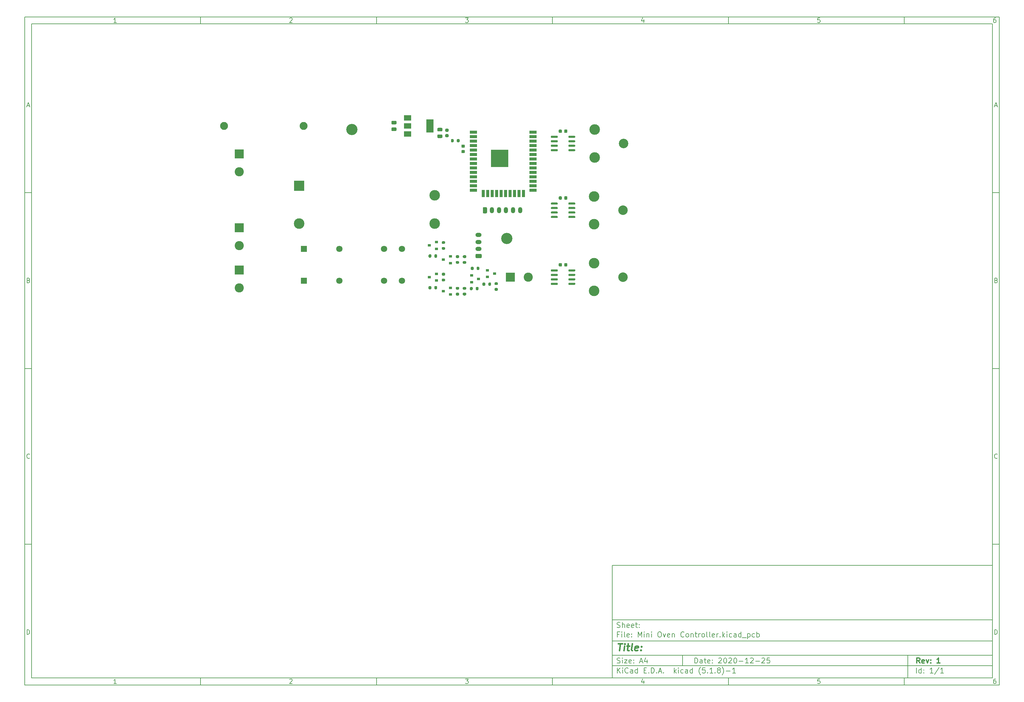
<source format=gbr>
G04 #@! TF.GenerationSoftware,KiCad,Pcbnew,(5.1.8)-1*
G04 #@! TF.CreationDate,2021-02-06T17:47:37+00:00*
G04 #@! TF.ProjectId,Mini Oven Controller,4d696e69-204f-4766-956e-20436f6e7472,1*
G04 #@! TF.SameCoordinates,Original*
G04 #@! TF.FileFunction,Soldermask,Top*
G04 #@! TF.FilePolarity,Negative*
%FSLAX46Y46*%
G04 Gerber Fmt 4.6, Leading zero omitted, Abs format (unit mm)*
G04 Created by KiCad (PCBNEW (5.1.8)-1) date 2021-02-06 17:47:37*
%MOMM*%
%LPD*%
G01*
G04 APERTURE LIST*
%ADD10C,0.100000*%
%ADD11C,0.150000*%
%ADD12C,0.300000*%
%ADD13C,0.400000*%
%ADD14C,2.250000*%
%ADD15R,1.800000X1.800000*%
%ADD16C,1.800000*%
%ADD17C,3.000000*%
%ADD18C,2.700000*%
%ADD19R,2.600000X2.600000*%
%ADD20C,2.600000*%
%ADD21R,3.000000X3.000000*%
%ADD22R,0.900000X0.800000*%
%ADD23R,2.000000X3.800000*%
%ADD24R,2.000000X1.500000*%
%ADD25R,5.000000X5.000000*%
%ADD26R,2.000000X0.900000*%
%ADD27R,0.900000X2.000000*%
%ADD28C,3.200000*%
%ADD29O,1.200000X1.750000*%
%ADD30O,1.750000X1.200000*%
G04 APERTURE END LIST*
D10*
D11*
X177002200Y-166007200D02*
X177002200Y-198007200D01*
X285002200Y-198007200D01*
X285002200Y-166007200D01*
X177002200Y-166007200D01*
D10*
D11*
X10000000Y-10000000D02*
X10000000Y-200007200D01*
X287002200Y-200007200D01*
X287002200Y-10000000D01*
X10000000Y-10000000D01*
D10*
D11*
X12000000Y-12000000D02*
X12000000Y-198007200D01*
X285002200Y-198007200D01*
X285002200Y-12000000D01*
X12000000Y-12000000D01*
D10*
D11*
X60000000Y-12000000D02*
X60000000Y-10000000D01*
D10*
D11*
X110000000Y-12000000D02*
X110000000Y-10000000D01*
D10*
D11*
X160000000Y-12000000D02*
X160000000Y-10000000D01*
D10*
D11*
X210000000Y-12000000D02*
X210000000Y-10000000D01*
D10*
D11*
X260000000Y-12000000D02*
X260000000Y-10000000D01*
D10*
D11*
X36065476Y-11588095D02*
X35322619Y-11588095D01*
X35694047Y-11588095D02*
X35694047Y-10288095D01*
X35570238Y-10473809D01*
X35446428Y-10597619D01*
X35322619Y-10659523D01*
D10*
D11*
X85322619Y-10411904D02*
X85384523Y-10350000D01*
X85508333Y-10288095D01*
X85817857Y-10288095D01*
X85941666Y-10350000D01*
X86003571Y-10411904D01*
X86065476Y-10535714D01*
X86065476Y-10659523D01*
X86003571Y-10845238D01*
X85260714Y-11588095D01*
X86065476Y-11588095D01*
D10*
D11*
X135260714Y-10288095D02*
X136065476Y-10288095D01*
X135632142Y-10783333D01*
X135817857Y-10783333D01*
X135941666Y-10845238D01*
X136003571Y-10907142D01*
X136065476Y-11030952D01*
X136065476Y-11340476D01*
X136003571Y-11464285D01*
X135941666Y-11526190D01*
X135817857Y-11588095D01*
X135446428Y-11588095D01*
X135322619Y-11526190D01*
X135260714Y-11464285D01*
D10*
D11*
X185941666Y-10721428D02*
X185941666Y-11588095D01*
X185632142Y-10226190D02*
X185322619Y-11154761D01*
X186127380Y-11154761D01*
D10*
D11*
X236003571Y-10288095D02*
X235384523Y-10288095D01*
X235322619Y-10907142D01*
X235384523Y-10845238D01*
X235508333Y-10783333D01*
X235817857Y-10783333D01*
X235941666Y-10845238D01*
X236003571Y-10907142D01*
X236065476Y-11030952D01*
X236065476Y-11340476D01*
X236003571Y-11464285D01*
X235941666Y-11526190D01*
X235817857Y-11588095D01*
X235508333Y-11588095D01*
X235384523Y-11526190D01*
X235322619Y-11464285D01*
D10*
D11*
X285941666Y-10288095D02*
X285694047Y-10288095D01*
X285570238Y-10350000D01*
X285508333Y-10411904D01*
X285384523Y-10597619D01*
X285322619Y-10845238D01*
X285322619Y-11340476D01*
X285384523Y-11464285D01*
X285446428Y-11526190D01*
X285570238Y-11588095D01*
X285817857Y-11588095D01*
X285941666Y-11526190D01*
X286003571Y-11464285D01*
X286065476Y-11340476D01*
X286065476Y-11030952D01*
X286003571Y-10907142D01*
X285941666Y-10845238D01*
X285817857Y-10783333D01*
X285570238Y-10783333D01*
X285446428Y-10845238D01*
X285384523Y-10907142D01*
X285322619Y-11030952D01*
D10*
D11*
X60000000Y-198007200D02*
X60000000Y-200007200D01*
D10*
D11*
X110000000Y-198007200D02*
X110000000Y-200007200D01*
D10*
D11*
X160000000Y-198007200D02*
X160000000Y-200007200D01*
D10*
D11*
X210000000Y-198007200D02*
X210000000Y-200007200D01*
D10*
D11*
X260000000Y-198007200D02*
X260000000Y-200007200D01*
D10*
D11*
X36065476Y-199595295D02*
X35322619Y-199595295D01*
X35694047Y-199595295D02*
X35694047Y-198295295D01*
X35570238Y-198481009D01*
X35446428Y-198604819D01*
X35322619Y-198666723D01*
D10*
D11*
X85322619Y-198419104D02*
X85384523Y-198357200D01*
X85508333Y-198295295D01*
X85817857Y-198295295D01*
X85941666Y-198357200D01*
X86003571Y-198419104D01*
X86065476Y-198542914D01*
X86065476Y-198666723D01*
X86003571Y-198852438D01*
X85260714Y-199595295D01*
X86065476Y-199595295D01*
D10*
D11*
X135260714Y-198295295D02*
X136065476Y-198295295D01*
X135632142Y-198790533D01*
X135817857Y-198790533D01*
X135941666Y-198852438D01*
X136003571Y-198914342D01*
X136065476Y-199038152D01*
X136065476Y-199347676D01*
X136003571Y-199471485D01*
X135941666Y-199533390D01*
X135817857Y-199595295D01*
X135446428Y-199595295D01*
X135322619Y-199533390D01*
X135260714Y-199471485D01*
D10*
D11*
X185941666Y-198728628D02*
X185941666Y-199595295D01*
X185632142Y-198233390D02*
X185322619Y-199161961D01*
X186127380Y-199161961D01*
D10*
D11*
X236003571Y-198295295D02*
X235384523Y-198295295D01*
X235322619Y-198914342D01*
X235384523Y-198852438D01*
X235508333Y-198790533D01*
X235817857Y-198790533D01*
X235941666Y-198852438D01*
X236003571Y-198914342D01*
X236065476Y-199038152D01*
X236065476Y-199347676D01*
X236003571Y-199471485D01*
X235941666Y-199533390D01*
X235817857Y-199595295D01*
X235508333Y-199595295D01*
X235384523Y-199533390D01*
X235322619Y-199471485D01*
D10*
D11*
X285941666Y-198295295D02*
X285694047Y-198295295D01*
X285570238Y-198357200D01*
X285508333Y-198419104D01*
X285384523Y-198604819D01*
X285322619Y-198852438D01*
X285322619Y-199347676D01*
X285384523Y-199471485D01*
X285446428Y-199533390D01*
X285570238Y-199595295D01*
X285817857Y-199595295D01*
X285941666Y-199533390D01*
X286003571Y-199471485D01*
X286065476Y-199347676D01*
X286065476Y-199038152D01*
X286003571Y-198914342D01*
X285941666Y-198852438D01*
X285817857Y-198790533D01*
X285570238Y-198790533D01*
X285446428Y-198852438D01*
X285384523Y-198914342D01*
X285322619Y-199038152D01*
D10*
D11*
X10000000Y-60000000D02*
X12000000Y-60000000D01*
D10*
D11*
X10000000Y-110000000D02*
X12000000Y-110000000D01*
D10*
D11*
X10000000Y-160000000D02*
X12000000Y-160000000D01*
D10*
D11*
X10690476Y-35216666D02*
X11309523Y-35216666D01*
X10566666Y-35588095D02*
X11000000Y-34288095D01*
X11433333Y-35588095D01*
D10*
D11*
X11092857Y-84907142D02*
X11278571Y-84969047D01*
X11340476Y-85030952D01*
X11402380Y-85154761D01*
X11402380Y-85340476D01*
X11340476Y-85464285D01*
X11278571Y-85526190D01*
X11154761Y-85588095D01*
X10659523Y-85588095D01*
X10659523Y-84288095D01*
X11092857Y-84288095D01*
X11216666Y-84350000D01*
X11278571Y-84411904D01*
X11340476Y-84535714D01*
X11340476Y-84659523D01*
X11278571Y-84783333D01*
X11216666Y-84845238D01*
X11092857Y-84907142D01*
X10659523Y-84907142D01*
D10*
D11*
X11402380Y-135464285D02*
X11340476Y-135526190D01*
X11154761Y-135588095D01*
X11030952Y-135588095D01*
X10845238Y-135526190D01*
X10721428Y-135402380D01*
X10659523Y-135278571D01*
X10597619Y-135030952D01*
X10597619Y-134845238D01*
X10659523Y-134597619D01*
X10721428Y-134473809D01*
X10845238Y-134350000D01*
X11030952Y-134288095D01*
X11154761Y-134288095D01*
X11340476Y-134350000D01*
X11402380Y-134411904D01*
D10*
D11*
X10659523Y-185588095D02*
X10659523Y-184288095D01*
X10969047Y-184288095D01*
X11154761Y-184350000D01*
X11278571Y-184473809D01*
X11340476Y-184597619D01*
X11402380Y-184845238D01*
X11402380Y-185030952D01*
X11340476Y-185278571D01*
X11278571Y-185402380D01*
X11154761Y-185526190D01*
X10969047Y-185588095D01*
X10659523Y-185588095D01*
D10*
D11*
X287002200Y-60000000D02*
X285002200Y-60000000D01*
D10*
D11*
X287002200Y-110000000D02*
X285002200Y-110000000D01*
D10*
D11*
X287002200Y-160000000D02*
X285002200Y-160000000D01*
D10*
D11*
X285692676Y-35216666D02*
X286311723Y-35216666D01*
X285568866Y-35588095D02*
X286002200Y-34288095D01*
X286435533Y-35588095D01*
D10*
D11*
X286095057Y-84907142D02*
X286280771Y-84969047D01*
X286342676Y-85030952D01*
X286404580Y-85154761D01*
X286404580Y-85340476D01*
X286342676Y-85464285D01*
X286280771Y-85526190D01*
X286156961Y-85588095D01*
X285661723Y-85588095D01*
X285661723Y-84288095D01*
X286095057Y-84288095D01*
X286218866Y-84350000D01*
X286280771Y-84411904D01*
X286342676Y-84535714D01*
X286342676Y-84659523D01*
X286280771Y-84783333D01*
X286218866Y-84845238D01*
X286095057Y-84907142D01*
X285661723Y-84907142D01*
D10*
D11*
X286404580Y-135464285D02*
X286342676Y-135526190D01*
X286156961Y-135588095D01*
X286033152Y-135588095D01*
X285847438Y-135526190D01*
X285723628Y-135402380D01*
X285661723Y-135278571D01*
X285599819Y-135030952D01*
X285599819Y-134845238D01*
X285661723Y-134597619D01*
X285723628Y-134473809D01*
X285847438Y-134350000D01*
X286033152Y-134288095D01*
X286156961Y-134288095D01*
X286342676Y-134350000D01*
X286404580Y-134411904D01*
D10*
D11*
X285661723Y-185588095D02*
X285661723Y-184288095D01*
X285971247Y-184288095D01*
X286156961Y-184350000D01*
X286280771Y-184473809D01*
X286342676Y-184597619D01*
X286404580Y-184845238D01*
X286404580Y-185030952D01*
X286342676Y-185278571D01*
X286280771Y-185402380D01*
X286156961Y-185526190D01*
X285971247Y-185588095D01*
X285661723Y-185588095D01*
D10*
D11*
X200434342Y-193785771D02*
X200434342Y-192285771D01*
X200791485Y-192285771D01*
X201005771Y-192357200D01*
X201148628Y-192500057D01*
X201220057Y-192642914D01*
X201291485Y-192928628D01*
X201291485Y-193142914D01*
X201220057Y-193428628D01*
X201148628Y-193571485D01*
X201005771Y-193714342D01*
X200791485Y-193785771D01*
X200434342Y-193785771D01*
X202577200Y-193785771D02*
X202577200Y-193000057D01*
X202505771Y-192857200D01*
X202362914Y-192785771D01*
X202077200Y-192785771D01*
X201934342Y-192857200D01*
X202577200Y-193714342D02*
X202434342Y-193785771D01*
X202077200Y-193785771D01*
X201934342Y-193714342D01*
X201862914Y-193571485D01*
X201862914Y-193428628D01*
X201934342Y-193285771D01*
X202077200Y-193214342D01*
X202434342Y-193214342D01*
X202577200Y-193142914D01*
X203077200Y-192785771D02*
X203648628Y-192785771D01*
X203291485Y-192285771D02*
X203291485Y-193571485D01*
X203362914Y-193714342D01*
X203505771Y-193785771D01*
X203648628Y-193785771D01*
X204720057Y-193714342D02*
X204577200Y-193785771D01*
X204291485Y-193785771D01*
X204148628Y-193714342D01*
X204077200Y-193571485D01*
X204077200Y-193000057D01*
X204148628Y-192857200D01*
X204291485Y-192785771D01*
X204577200Y-192785771D01*
X204720057Y-192857200D01*
X204791485Y-193000057D01*
X204791485Y-193142914D01*
X204077200Y-193285771D01*
X205434342Y-193642914D02*
X205505771Y-193714342D01*
X205434342Y-193785771D01*
X205362914Y-193714342D01*
X205434342Y-193642914D01*
X205434342Y-193785771D01*
X205434342Y-192857200D02*
X205505771Y-192928628D01*
X205434342Y-193000057D01*
X205362914Y-192928628D01*
X205434342Y-192857200D01*
X205434342Y-193000057D01*
X207220057Y-192428628D02*
X207291485Y-192357200D01*
X207434342Y-192285771D01*
X207791485Y-192285771D01*
X207934342Y-192357200D01*
X208005771Y-192428628D01*
X208077200Y-192571485D01*
X208077200Y-192714342D01*
X208005771Y-192928628D01*
X207148628Y-193785771D01*
X208077200Y-193785771D01*
X209005771Y-192285771D02*
X209148628Y-192285771D01*
X209291485Y-192357200D01*
X209362914Y-192428628D01*
X209434342Y-192571485D01*
X209505771Y-192857200D01*
X209505771Y-193214342D01*
X209434342Y-193500057D01*
X209362914Y-193642914D01*
X209291485Y-193714342D01*
X209148628Y-193785771D01*
X209005771Y-193785771D01*
X208862914Y-193714342D01*
X208791485Y-193642914D01*
X208720057Y-193500057D01*
X208648628Y-193214342D01*
X208648628Y-192857200D01*
X208720057Y-192571485D01*
X208791485Y-192428628D01*
X208862914Y-192357200D01*
X209005771Y-192285771D01*
X210077200Y-192428628D02*
X210148628Y-192357200D01*
X210291485Y-192285771D01*
X210648628Y-192285771D01*
X210791485Y-192357200D01*
X210862914Y-192428628D01*
X210934342Y-192571485D01*
X210934342Y-192714342D01*
X210862914Y-192928628D01*
X210005771Y-193785771D01*
X210934342Y-193785771D01*
X211862914Y-192285771D02*
X212005771Y-192285771D01*
X212148628Y-192357200D01*
X212220057Y-192428628D01*
X212291485Y-192571485D01*
X212362914Y-192857200D01*
X212362914Y-193214342D01*
X212291485Y-193500057D01*
X212220057Y-193642914D01*
X212148628Y-193714342D01*
X212005771Y-193785771D01*
X211862914Y-193785771D01*
X211720057Y-193714342D01*
X211648628Y-193642914D01*
X211577200Y-193500057D01*
X211505771Y-193214342D01*
X211505771Y-192857200D01*
X211577200Y-192571485D01*
X211648628Y-192428628D01*
X211720057Y-192357200D01*
X211862914Y-192285771D01*
X213005771Y-193214342D02*
X214148628Y-193214342D01*
X215648628Y-193785771D02*
X214791485Y-193785771D01*
X215220057Y-193785771D02*
X215220057Y-192285771D01*
X215077200Y-192500057D01*
X214934342Y-192642914D01*
X214791485Y-192714342D01*
X216220057Y-192428628D02*
X216291485Y-192357200D01*
X216434342Y-192285771D01*
X216791485Y-192285771D01*
X216934342Y-192357200D01*
X217005771Y-192428628D01*
X217077200Y-192571485D01*
X217077200Y-192714342D01*
X217005771Y-192928628D01*
X216148628Y-193785771D01*
X217077200Y-193785771D01*
X217720057Y-193214342D02*
X218862914Y-193214342D01*
X219505771Y-192428628D02*
X219577200Y-192357200D01*
X219720057Y-192285771D01*
X220077200Y-192285771D01*
X220220057Y-192357200D01*
X220291485Y-192428628D01*
X220362914Y-192571485D01*
X220362914Y-192714342D01*
X220291485Y-192928628D01*
X219434342Y-193785771D01*
X220362914Y-193785771D01*
X221720057Y-192285771D02*
X221005771Y-192285771D01*
X220934342Y-193000057D01*
X221005771Y-192928628D01*
X221148628Y-192857200D01*
X221505771Y-192857200D01*
X221648628Y-192928628D01*
X221720057Y-193000057D01*
X221791485Y-193142914D01*
X221791485Y-193500057D01*
X221720057Y-193642914D01*
X221648628Y-193714342D01*
X221505771Y-193785771D01*
X221148628Y-193785771D01*
X221005771Y-193714342D01*
X220934342Y-193642914D01*
D10*
D11*
X177002200Y-194507200D02*
X285002200Y-194507200D01*
D10*
D11*
X178434342Y-196585771D02*
X178434342Y-195085771D01*
X179291485Y-196585771D02*
X178648628Y-195728628D01*
X179291485Y-195085771D02*
X178434342Y-195942914D01*
X179934342Y-196585771D02*
X179934342Y-195585771D01*
X179934342Y-195085771D02*
X179862914Y-195157200D01*
X179934342Y-195228628D01*
X180005771Y-195157200D01*
X179934342Y-195085771D01*
X179934342Y-195228628D01*
X181505771Y-196442914D02*
X181434342Y-196514342D01*
X181220057Y-196585771D01*
X181077200Y-196585771D01*
X180862914Y-196514342D01*
X180720057Y-196371485D01*
X180648628Y-196228628D01*
X180577200Y-195942914D01*
X180577200Y-195728628D01*
X180648628Y-195442914D01*
X180720057Y-195300057D01*
X180862914Y-195157200D01*
X181077200Y-195085771D01*
X181220057Y-195085771D01*
X181434342Y-195157200D01*
X181505771Y-195228628D01*
X182791485Y-196585771D02*
X182791485Y-195800057D01*
X182720057Y-195657200D01*
X182577200Y-195585771D01*
X182291485Y-195585771D01*
X182148628Y-195657200D01*
X182791485Y-196514342D02*
X182648628Y-196585771D01*
X182291485Y-196585771D01*
X182148628Y-196514342D01*
X182077200Y-196371485D01*
X182077200Y-196228628D01*
X182148628Y-196085771D01*
X182291485Y-196014342D01*
X182648628Y-196014342D01*
X182791485Y-195942914D01*
X184148628Y-196585771D02*
X184148628Y-195085771D01*
X184148628Y-196514342D02*
X184005771Y-196585771D01*
X183720057Y-196585771D01*
X183577200Y-196514342D01*
X183505771Y-196442914D01*
X183434342Y-196300057D01*
X183434342Y-195871485D01*
X183505771Y-195728628D01*
X183577200Y-195657200D01*
X183720057Y-195585771D01*
X184005771Y-195585771D01*
X184148628Y-195657200D01*
X186005771Y-195800057D02*
X186505771Y-195800057D01*
X186720057Y-196585771D02*
X186005771Y-196585771D01*
X186005771Y-195085771D01*
X186720057Y-195085771D01*
X187362914Y-196442914D02*
X187434342Y-196514342D01*
X187362914Y-196585771D01*
X187291485Y-196514342D01*
X187362914Y-196442914D01*
X187362914Y-196585771D01*
X188077200Y-196585771D02*
X188077200Y-195085771D01*
X188434342Y-195085771D01*
X188648628Y-195157200D01*
X188791485Y-195300057D01*
X188862914Y-195442914D01*
X188934342Y-195728628D01*
X188934342Y-195942914D01*
X188862914Y-196228628D01*
X188791485Y-196371485D01*
X188648628Y-196514342D01*
X188434342Y-196585771D01*
X188077200Y-196585771D01*
X189577200Y-196442914D02*
X189648628Y-196514342D01*
X189577200Y-196585771D01*
X189505771Y-196514342D01*
X189577200Y-196442914D01*
X189577200Y-196585771D01*
X190220057Y-196157200D02*
X190934342Y-196157200D01*
X190077200Y-196585771D02*
X190577200Y-195085771D01*
X191077200Y-196585771D01*
X191577200Y-196442914D02*
X191648628Y-196514342D01*
X191577200Y-196585771D01*
X191505771Y-196514342D01*
X191577200Y-196442914D01*
X191577200Y-196585771D01*
X194577200Y-196585771D02*
X194577200Y-195085771D01*
X194720057Y-196014342D02*
X195148628Y-196585771D01*
X195148628Y-195585771D02*
X194577200Y-196157200D01*
X195791485Y-196585771D02*
X195791485Y-195585771D01*
X195791485Y-195085771D02*
X195720057Y-195157200D01*
X195791485Y-195228628D01*
X195862914Y-195157200D01*
X195791485Y-195085771D01*
X195791485Y-195228628D01*
X197148628Y-196514342D02*
X197005771Y-196585771D01*
X196720057Y-196585771D01*
X196577200Y-196514342D01*
X196505771Y-196442914D01*
X196434342Y-196300057D01*
X196434342Y-195871485D01*
X196505771Y-195728628D01*
X196577200Y-195657200D01*
X196720057Y-195585771D01*
X197005771Y-195585771D01*
X197148628Y-195657200D01*
X198434342Y-196585771D02*
X198434342Y-195800057D01*
X198362914Y-195657200D01*
X198220057Y-195585771D01*
X197934342Y-195585771D01*
X197791485Y-195657200D01*
X198434342Y-196514342D02*
X198291485Y-196585771D01*
X197934342Y-196585771D01*
X197791485Y-196514342D01*
X197720057Y-196371485D01*
X197720057Y-196228628D01*
X197791485Y-196085771D01*
X197934342Y-196014342D01*
X198291485Y-196014342D01*
X198434342Y-195942914D01*
X199791485Y-196585771D02*
X199791485Y-195085771D01*
X199791485Y-196514342D02*
X199648628Y-196585771D01*
X199362914Y-196585771D01*
X199220057Y-196514342D01*
X199148628Y-196442914D01*
X199077200Y-196300057D01*
X199077200Y-195871485D01*
X199148628Y-195728628D01*
X199220057Y-195657200D01*
X199362914Y-195585771D01*
X199648628Y-195585771D01*
X199791485Y-195657200D01*
X202077200Y-197157200D02*
X202005771Y-197085771D01*
X201862914Y-196871485D01*
X201791485Y-196728628D01*
X201720057Y-196514342D01*
X201648628Y-196157200D01*
X201648628Y-195871485D01*
X201720057Y-195514342D01*
X201791485Y-195300057D01*
X201862914Y-195157200D01*
X202005771Y-194942914D01*
X202077200Y-194871485D01*
X203362914Y-195085771D02*
X202648628Y-195085771D01*
X202577200Y-195800057D01*
X202648628Y-195728628D01*
X202791485Y-195657200D01*
X203148628Y-195657200D01*
X203291485Y-195728628D01*
X203362914Y-195800057D01*
X203434342Y-195942914D01*
X203434342Y-196300057D01*
X203362914Y-196442914D01*
X203291485Y-196514342D01*
X203148628Y-196585771D01*
X202791485Y-196585771D01*
X202648628Y-196514342D01*
X202577200Y-196442914D01*
X204077200Y-196442914D02*
X204148628Y-196514342D01*
X204077200Y-196585771D01*
X204005771Y-196514342D01*
X204077200Y-196442914D01*
X204077200Y-196585771D01*
X205577200Y-196585771D02*
X204720057Y-196585771D01*
X205148628Y-196585771D02*
X205148628Y-195085771D01*
X205005771Y-195300057D01*
X204862914Y-195442914D01*
X204720057Y-195514342D01*
X206220057Y-196442914D02*
X206291485Y-196514342D01*
X206220057Y-196585771D01*
X206148628Y-196514342D01*
X206220057Y-196442914D01*
X206220057Y-196585771D01*
X207148628Y-195728628D02*
X207005771Y-195657200D01*
X206934342Y-195585771D01*
X206862914Y-195442914D01*
X206862914Y-195371485D01*
X206934342Y-195228628D01*
X207005771Y-195157200D01*
X207148628Y-195085771D01*
X207434342Y-195085771D01*
X207577200Y-195157200D01*
X207648628Y-195228628D01*
X207720057Y-195371485D01*
X207720057Y-195442914D01*
X207648628Y-195585771D01*
X207577200Y-195657200D01*
X207434342Y-195728628D01*
X207148628Y-195728628D01*
X207005771Y-195800057D01*
X206934342Y-195871485D01*
X206862914Y-196014342D01*
X206862914Y-196300057D01*
X206934342Y-196442914D01*
X207005771Y-196514342D01*
X207148628Y-196585771D01*
X207434342Y-196585771D01*
X207577200Y-196514342D01*
X207648628Y-196442914D01*
X207720057Y-196300057D01*
X207720057Y-196014342D01*
X207648628Y-195871485D01*
X207577200Y-195800057D01*
X207434342Y-195728628D01*
X208220057Y-197157200D02*
X208291485Y-197085771D01*
X208434342Y-196871485D01*
X208505771Y-196728628D01*
X208577200Y-196514342D01*
X208648628Y-196157200D01*
X208648628Y-195871485D01*
X208577200Y-195514342D01*
X208505771Y-195300057D01*
X208434342Y-195157200D01*
X208291485Y-194942914D01*
X208220057Y-194871485D01*
X209362914Y-196014342D02*
X210505771Y-196014342D01*
X212005771Y-196585771D02*
X211148628Y-196585771D01*
X211577200Y-196585771D02*
X211577200Y-195085771D01*
X211434342Y-195300057D01*
X211291485Y-195442914D01*
X211148628Y-195514342D01*
D10*
D11*
X177002200Y-191507200D02*
X285002200Y-191507200D01*
D10*
D12*
X264411485Y-193785771D02*
X263911485Y-193071485D01*
X263554342Y-193785771D02*
X263554342Y-192285771D01*
X264125771Y-192285771D01*
X264268628Y-192357200D01*
X264340057Y-192428628D01*
X264411485Y-192571485D01*
X264411485Y-192785771D01*
X264340057Y-192928628D01*
X264268628Y-193000057D01*
X264125771Y-193071485D01*
X263554342Y-193071485D01*
X265625771Y-193714342D02*
X265482914Y-193785771D01*
X265197200Y-193785771D01*
X265054342Y-193714342D01*
X264982914Y-193571485D01*
X264982914Y-193000057D01*
X265054342Y-192857200D01*
X265197200Y-192785771D01*
X265482914Y-192785771D01*
X265625771Y-192857200D01*
X265697200Y-193000057D01*
X265697200Y-193142914D01*
X264982914Y-193285771D01*
X266197200Y-192785771D02*
X266554342Y-193785771D01*
X266911485Y-192785771D01*
X267482914Y-193642914D02*
X267554342Y-193714342D01*
X267482914Y-193785771D01*
X267411485Y-193714342D01*
X267482914Y-193642914D01*
X267482914Y-193785771D01*
X267482914Y-192857200D02*
X267554342Y-192928628D01*
X267482914Y-193000057D01*
X267411485Y-192928628D01*
X267482914Y-192857200D01*
X267482914Y-193000057D01*
X270125771Y-193785771D02*
X269268628Y-193785771D01*
X269697200Y-193785771D02*
X269697200Y-192285771D01*
X269554342Y-192500057D01*
X269411485Y-192642914D01*
X269268628Y-192714342D01*
D10*
D11*
X178362914Y-193714342D02*
X178577200Y-193785771D01*
X178934342Y-193785771D01*
X179077200Y-193714342D01*
X179148628Y-193642914D01*
X179220057Y-193500057D01*
X179220057Y-193357200D01*
X179148628Y-193214342D01*
X179077200Y-193142914D01*
X178934342Y-193071485D01*
X178648628Y-193000057D01*
X178505771Y-192928628D01*
X178434342Y-192857200D01*
X178362914Y-192714342D01*
X178362914Y-192571485D01*
X178434342Y-192428628D01*
X178505771Y-192357200D01*
X178648628Y-192285771D01*
X179005771Y-192285771D01*
X179220057Y-192357200D01*
X179862914Y-193785771D02*
X179862914Y-192785771D01*
X179862914Y-192285771D02*
X179791485Y-192357200D01*
X179862914Y-192428628D01*
X179934342Y-192357200D01*
X179862914Y-192285771D01*
X179862914Y-192428628D01*
X180434342Y-192785771D02*
X181220057Y-192785771D01*
X180434342Y-193785771D01*
X181220057Y-193785771D01*
X182362914Y-193714342D02*
X182220057Y-193785771D01*
X181934342Y-193785771D01*
X181791485Y-193714342D01*
X181720057Y-193571485D01*
X181720057Y-193000057D01*
X181791485Y-192857200D01*
X181934342Y-192785771D01*
X182220057Y-192785771D01*
X182362914Y-192857200D01*
X182434342Y-193000057D01*
X182434342Y-193142914D01*
X181720057Y-193285771D01*
X183077200Y-193642914D02*
X183148628Y-193714342D01*
X183077200Y-193785771D01*
X183005771Y-193714342D01*
X183077200Y-193642914D01*
X183077200Y-193785771D01*
X183077200Y-192857200D02*
X183148628Y-192928628D01*
X183077200Y-193000057D01*
X183005771Y-192928628D01*
X183077200Y-192857200D01*
X183077200Y-193000057D01*
X184862914Y-193357200D02*
X185577200Y-193357200D01*
X184720057Y-193785771D02*
X185220057Y-192285771D01*
X185720057Y-193785771D01*
X186862914Y-192785771D02*
X186862914Y-193785771D01*
X186505771Y-192214342D02*
X186148628Y-193285771D01*
X187077200Y-193285771D01*
D10*
D11*
X263434342Y-196585771D02*
X263434342Y-195085771D01*
X264791485Y-196585771D02*
X264791485Y-195085771D01*
X264791485Y-196514342D02*
X264648628Y-196585771D01*
X264362914Y-196585771D01*
X264220057Y-196514342D01*
X264148628Y-196442914D01*
X264077200Y-196300057D01*
X264077200Y-195871485D01*
X264148628Y-195728628D01*
X264220057Y-195657200D01*
X264362914Y-195585771D01*
X264648628Y-195585771D01*
X264791485Y-195657200D01*
X265505771Y-196442914D02*
X265577200Y-196514342D01*
X265505771Y-196585771D01*
X265434342Y-196514342D01*
X265505771Y-196442914D01*
X265505771Y-196585771D01*
X265505771Y-195657200D02*
X265577200Y-195728628D01*
X265505771Y-195800057D01*
X265434342Y-195728628D01*
X265505771Y-195657200D01*
X265505771Y-195800057D01*
X268148628Y-196585771D02*
X267291485Y-196585771D01*
X267720057Y-196585771D02*
X267720057Y-195085771D01*
X267577200Y-195300057D01*
X267434342Y-195442914D01*
X267291485Y-195514342D01*
X269862914Y-195014342D02*
X268577200Y-196942914D01*
X271148628Y-196585771D02*
X270291485Y-196585771D01*
X270720057Y-196585771D02*
X270720057Y-195085771D01*
X270577200Y-195300057D01*
X270434342Y-195442914D01*
X270291485Y-195514342D01*
D10*
D11*
X177002200Y-187507200D02*
X285002200Y-187507200D01*
D10*
D13*
X178714580Y-188211961D02*
X179857438Y-188211961D01*
X179036009Y-190211961D02*
X179286009Y-188211961D01*
X180274104Y-190211961D02*
X180440771Y-188878628D01*
X180524104Y-188211961D02*
X180416961Y-188307200D01*
X180500295Y-188402438D01*
X180607438Y-188307200D01*
X180524104Y-188211961D01*
X180500295Y-188402438D01*
X181107438Y-188878628D02*
X181869342Y-188878628D01*
X181476485Y-188211961D02*
X181262200Y-189926247D01*
X181333628Y-190116723D01*
X181512200Y-190211961D01*
X181702676Y-190211961D01*
X182655057Y-190211961D02*
X182476485Y-190116723D01*
X182405057Y-189926247D01*
X182619342Y-188211961D01*
X184190771Y-190116723D02*
X183988390Y-190211961D01*
X183607438Y-190211961D01*
X183428866Y-190116723D01*
X183357438Y-189926247D01*
X183452676Y-189164342D01*
X183571723Y-188973866D01*
X183774104Y-188878628D01*
X184155057Y-188878628D01*
X184333628Y-188973866D01*
X184405057Y-189164342D01*
X184381247Y-189354819D01*
X183405057Y-189545295D01*
X185155057Y-190021485D02*
X185238390Y-190116723D01*
X185131247Y-190211961D01*
X185047914Y-190116723D01*
X185155057Y-190021485D01*
X185131247Y-190211961D01*
X185286009Y-188973866D02*
X185369342Y-189069104D01*
X185262200Y-189164342D01*
X185178866Y-189069104D01*
X185286009Y-188973866D01*
X185262200Y-189164342D01*
D10*
D11*
X178934342Y-185600057D02*
X178434342Y-185600057D01*
X178434342Y-186385771D02*
X178434342Y-184885771D01*
X179148628Y-184885771D01*
X179720057Y-186385771D02*
X179720057Y-185385771D01*
X179720057Y-184885771D02*
X179648628Y-184957200D01*
X179720057Y-185028628D01*
X179791485Y-184957200D01*
X179720057Y-184885771D01*
X179720057Y-185028628D01*
X180648628Y-186385771D02*
X180505771Y-186314342D01*
X180434342Y-186171485D01*
X180434342Y-184885771D01*
X181791485Y-186314342D02*
X181648628Y-186385771D01*
X181362914Y-186385771D01*
X181220057Y-186314342D01*
X181148628Y-186171485D01*
X181148628Y-185600057D01*
X181220057Y-185457200D01*
X181362914Y-185385771D01*
X181648628Y-185385771D01*
X181791485Y-185457200D01*
X181862914Y-185600057D01*
X181862914Y-185742914D01*
X181148628Y-185885771D01*
X182505771Y-186242914D02*
X182577200Y-186314342D01*
X182505771Y-186385771D01*
X182434342Y-186314342D01*
X182505771Y-186242914D01*
X182505771Y-186385771D01*
X182505771Y-185457200D02*
X182577200Y-185528628D01*
X182505771Y-185600057D01*
X182434342Y-185528628D01*
X182505771Y-185457200D01*
X182505771Y-185600057D01*
X184362914Y-186385771D02*
X184362914Y-184885771D01*
X184862914Y-185957200D01*
X185362914Y-184885771D01*
X185362914Y-186385771D01*
X186077200Y-186385771D02*
X186077200Y-185385771D01*
X186077200Y-184885771D02*
X186005771Y-184957200D01*
X186077200Y-185028628D01*
X186148628Y-184957200D01*
X186077200Y-184885771D01*
X186077200Y-185028628D01*
X186791485Y-185385771D02*
X186791485Y-186385771D01*
X186791485Y-185528628D02*
X186862914Y-185457200D01*
X187005771Y-185385771D01*
X187220057Y-185385771D01*
X187362914Y-185457200D01*
X187434342Y-185600057D01*
X187434342Y-186385771D01*
X188148628Y-186385771D02*
X188148628Y-185385771D01*
X188148628Y-184885771D02*
X188077200Y-184957200D01*
X188148628Y-185028628D01*
X188220057Y-184957200D01*
X188148628Y-184885771D01*
X188148628Y-185028628D01*
X190291485Y-184885771D02*
X190577200Y-184885771D01*
X190720057Y-184957200D01*
X190862914Y-185100057D01*
X190934342Y-185385771D01*
X190934342Y-185885771D01*
X190862914Y-186171485D01*
X190720057Y-186314342D01*
X190577200Y-186385771D01*
X190291485Y-186385771D01*
X190148628Y-186314342D01*
X190005771Y-186171485D01*
X189934342Y-185885771D01*
X189934342Y-185385771D01*
X190005771Y-185100057D01*
X190148628Y-184957200D01*
X190291485Y-184885771D01*
X191434342Y-185385771D02*
X191791485Y-186385771D01*
X192148628Y-185385771D01*
X193291485Y-186314342D02*
X193148628Y-186385771D01*
X192862914Y-186385771D01*
X192720057Y-186314342D01*
X192648628Y-186171485D01*
X192648628Y-185600057D01*
X192720057Y-185457200D01*
X192862914Y-185385771D01*
X193148628Y-185385771D01*
X193291485Y-185457200D01*
X193362914Y-185600057D01*
X193362914Y-185742914D01*
X192648628Y-185885771D01*
X194005771Y-185385771D02*
X194005771Y-186385771D01*
X194005771Y-185528628D02*
X194077200Y-185457200D01*
X194220057Y-185385771D01*
X194434342Y-185385771D01*
X194577200Y-185457200D01*
X194648628Y-185600057D01*
X194648628Y-186385771D01*
X197362914Y-186242914D02*
X197291485Y-186314342D01*
X197077200Y-186385771D01*
X196934342Y-186385771D01*
X196720057Y-186314342D01*
X196577200Y-186171485D01*
X196505771Y-186028628D01*
X196434342Y-185742914D01*
X196434342Y-185528628D01*
X196505771Y-185242914D01*
X196577200Y-185100057D01*
X196720057Y-184957200D01*
X196934342Y-184885771D01*
X197077200Y-184885771D01*
X197291485Y-184957200D01*
X197362914Y-185028628D01*
X198220057Y-186385771D02*
X198077200Y-186314342D01*
X198005771Y-186242914D01*
X197934342Y-186100057D01*
X197934342Y-185671485D01*
X198005771Y-185528628D01*
X198077200Y-185457200D01*
X198220057Y-185385771D01*
X198434342Y-185385771D01*
X198577200Y-185457200D01*
X198648628Y-185528628D01*
X198720057Y-185671485D01*
X198720057Y-186100057D01*
X198648628Y-186242914D01*
X198577200Y-186314342D01*
X198434342Y-186385771D01*
X198220057Y-186385771D01*
X199362914Y-185385771D02*
X199362914Y-186385771D01*
X199362914Y-185528628D02*
X199434342Y-185457200D01*
X199577200Y-185385771D01*
X199791485Y-185385771D01*
X199934342Y-185457200D01*
X200005771Y-185600057D01*
X200005771Y-186385771D01*
X200505771Y-185385771D02*
X201077200Y-185385771D01*
X200720057Y-184885771D02*
X200720057Y-186171485D01*
X200791485Y-186314342D01*
X200934342Y-186385771D01*
X201077200Y-186385771D01*
X201577200Y-186385771D02*
X201577200Y-185385771D01*
X201577200Y-185671485D02*
X201648628Y-185528628D01*
X201720057Y-185457200D01*
X201862914Y-185385771D01*
X202005771Y-185385771D01*
X202720057Y-186385771D02*
X202577200Y-186314342D01*
X202505771Y-186242914D01*
X202434342Y-186100057D01*
X202434342Y-185671485D01*
X202505771Y-185528628D01*
X202577200Y-185457200D01*
X202720057Y-185385771D01*
X202934342Y-185385771D01*
X203077200Y-185457200D01*
X203148628Y-185528628D01*
X203220057Y-185671485D01*
X203220057Y-186100057D01*
X203148628Y-186242914D01*
X203077200Y-186314342D01*
X202934342Y-186385771D01*
X202720057Y-186385771D01*
X204077200Y-186385771D02*
X203934342Y-186314342D01*
X203862914Y-186171485D01*
X203862914Y-184885771D01*
X204862914Y-186385771D02*
X204720057Y-186314342D01*
X204648628Y-186171485D01*
X204648628Y-184885771D01*
X206005771Y-186314342D02*
X205862914Y-186385771D01*
X205577200Y-186385771D01*
X205434342Y-186314342D01*
X205362914Y-186171485D01*
X205362914Y-185600057D01*
X205434342Y-185457200D01*
X205577200Y-185385771D01*
X205862914Y-185385771D01*
X206005771Y-185457200D01*
X206077200Y-185600057D01*
X206077200Y-185742914D01*
X205362914Y-185885771D01*
X206720057Y-186385771D02*
X206720057Y-185385771D01*
X206720057Y-185671485D02*
X206791485Y-185528628D01*
X206862914Y-185457200D01*
X207005771Y-185385771D01*
X207148628Y-185385771D01*
X207648628Y-186242914D02*
X207720057Y-186314342D01*
X207648628Y-186385771D01*
X207577200Y-186314342D01*
X207648628Y-186242914D01*
X207648628Y-186385771D01*
X208362914Y-186385771D02*
X208362914Y-184885771D01*
X208505771Y-185814342D02*
X208934342Y-186385771D01*
X208934342Y-185385771D02*
X208362914Y-185957200D01*
X209577200Y-186385771D02*
X209577200Y-185385771D01*
X209577200Y-184885771D02*
X209505771Y-184957200D01*
X209577200Y-185028628D01*
X209648628Y-184957200D01*
X209577200Y-184885771D01*
X209577200Y-185028628D01*
X210934342Y-186314342D02*
X210791485Y-186385771D01*
X210505771Y-186385771D01*
X210362914Y-186314342D01*
X210291485Y-186242914D01*
X210220057Y-186100057D01*
X210220057Y-185671485D01*
X210291485Y-185528628D01*
X210362914Y-185457200D01*
X210505771Y-185385771D01*
X210791485Y-185385771D01*
X210934342Y-185457200D01*
X212220057Y-186385771D02*
X212220057Y-185600057D01*
X212148628Y-185457200D01*
X212005771Y-185385771D01*
X211720057Y-185385771D01*
X211577200Y-185457200D01*
X212220057Y-186314342D02*
X212077200Y-186385771D01*
X211720057Y-186385771D01*
X211577200Y-186314342D01*
X211505771Y-186171485D01*
X211505771Y-186028628D01*
X211577200Y-185885771D01*
X211720057Y-185814342D01*
X212077200Y-185814342D01*
X212220057Y-185742914D01*
X213577200Y-186385771D02*
X213577200Y-184885771D01*
X213577200Y-186314342D02*
X213434342Y-186385771D01*
X213148628Y-186385771D01*
X213005771Y-186314342D01*
X212934342Y-186242914D01*
X212862914Y-186100057D01*
X212862914Y-185671485D01*
X212934342Y-185528628D01*
X213005771Y-185457200D01*
X213148628Y-185385771D01*
X213434342Y-185385771D01*
X213577200Y-185457200D01*
X213934342Y-186528628D02*
X215077200Y-186528628D01*
X215434342Y-185385771D02*
X215434342Y-186885771D01*
X215434342Y-185457200D02*
X215577200Y-185385771D01*
X215862914Y-185385771D01*
X216005771Y-185457200D01*
X216077200Y-185528628D01*
X216148628Y-185671485D01*
X216148628Y-186100057D01*
X216077200Y-186242914D01*
X216005771Y-186314342D01*
X215862914Y-186385771D01*
X215577200Y-186385771D01*
X215434342Y-186314342D01*
X217434342Y-186314342D02*
X217291485Y-186385771D01*
X217005771Y-186385771D01*
X216862914Y-186314342D01*
X216791485Y-186242914D01*
X216720057Y-186100057D01*
X216720057Y-185671485D01*
X216791485Y-185528628D01*
X216862914Y-185457200D01*
X217005771Y-185385771D01*
X217291485Y-185385771D01*
X217434342Y-185457200D01*
X218077200Y-186385771D02*
X218077200Y-184885771D01*
X218077200Y-185457200D02*
X218220057Y-185385771D01*
X218505771Y-185385771D01*
X218648628Y-185457200D01*
X218720057Y-185528628D01*
X218791485Y-185671485D01*
X218791485Y-186100057D01*
X218720057Y-186242914D01*
X218648628Y-186314342D01*
X218505771Y-186385771D01*
X218220057Y-186385771D01*
X218077200Y-186314342D01*
D10*
D11*
X177002200Y-181507200D02*
X285002200Y-181507200D01*
D10*
D11*
X178362914Y-183614342D02*
X178577200Y-183685771D01*
X178934342Y-183685771D01*
X179077200Y-183614342D01*
X179148628Y-183542914D01*
X179220057Y-183400057D01*
X179220057Y-183257200D01*
X179148628Y-183114342D01*
X179077200Y-183042914D01*
X178934342Y-182971485D01*
X178648628Y-182900057D01*
X178505771Y-182828628D01*
X178434342Y-182757200D01*
X178362914Y-182614342D01*
X178362914Y-182471485D01*
X178434342Y-182328628D01*
X178505771Y-182257200D01*
X178648628Y-182185771D01*
X179005771Y-182185771D01*
X179220057Y-182257200D01*
X179862914Y-183685771D02*
X179862914Y-182185771D01*
X180505771Y-183685771D02*
X180505771Y-182900057D01*
X180434342Y-182757200D01*
X180291485Y-182685771D01*
X180077200Y-182685771D01*
X179934342Y-182757200D01*
X179862914Y-182828628D01*
X181791485Y-183614342D02*
X181648628Y-183685771D01*
X181362914Y-183685771D01*
X181220057Y-183614342D01*
X181148628Y-183471485D01*
X181148628Y-182900057D01*
X181220057Y-182757200D01*
X181362914Y-182685771D01*
X181648628Y-182685771D01*
X181791485Y-182757200D01*
X181862914Y-182900057D01*
X181862914Y-183042914D01*
X181148628Y-183185771D01*
X183077200Y-183614342D02*
X182934342Y-183685771D01*
X182648628Y-183685771D01*
X182505771Y-183614342D01*
X182434342Y-183471485D01*
X182434342Y-182900057D01*
X182505771Y-182757200D01*
X182648628Y-182685771D01*
X182934342Y-182685771D01*
X183077200Y-182757200D01*
X183148628Y-182900057D01*
X183148628Y-183042914D01*
X182434342Y-183185771D01*
X183577200Y-182685771D02*
X184148628Y-182685771D01*
X183791485Y-182185771D02*
X183791485Y-183471485D01*
X183862914Y-183614342D01*
X184005771Y-183685771D01*
X184148628Y-183685771D01*
X184648628Y-183542914D02*
X184720057Y-183614342D01*
X184648628Y-183685771D01*
X184577200Y-183614342D01*
X184648628Y-183542914D01*
X184648628Y-183685771D01*
X184648628Y-182757200D02*
X184720057Y-182828628D01*
X184648628Y-182900057D01*
X184577200Y-182828628D01*
X184648628Y-182757200D01*
X184648628Y-182900057D01*
D10*
D11*
X197002200Y-191507200D02*
X197002200Y-194507200D01*
D10*
D11*
X261002200Y-191507200D02*
X261002200Y-198007200D01*
D14*
G04 #@! TO.C,J4*
X89300000Y-41000000D03*
X66700000Y-41000000D03*
G04 #@! TD*
D15*
G04 #@! TO.C,U1*
X89350000Y-76000000D03*
D16*
X99450000Y-76000000D03*
X112150000Y-76000000D03*
X117250000Y-76000000D03*
G04 #@! TD*
D15*
G04 #@! TO.C,U2*
X89350000Y-85000000D03*
D16*
X99450000Y-85000000D03*
X112150000Y-85000000D03*
X117250000Y-85000000D03*
G04 #@! TD*
D17*
G04 #@! TO.C,J5*
X172022333Y-42050000D03*
X172022333Y-49950000D03*
D18*
X180232333Y-46000000D03*
G04 #@! TD*
D17*
G04 #@! TO.C,J6*
X171790000Y-61050000D03*
X171790000Y-68950000D03*
D18*
X180000000Y-65000000D03*
G04 #@! TD*
D17*
G04 #@! TO.C,J7*
X171790000Y-80050000D03*
X171790000Y-87950000D03*
D18*
X180000000Y-84000000D03*
G04 #@! TD*
G04 #@! TO.C,C1*
G36*
G01*
X115425000Y-42450000D02*
X114475000Y-42450000D01*
G75*
G02*
X114225000Y-42200000I0J250000D01*
G01*
X114225000Y-41700000D01*
G75*
G02*
X114475000Y-41450000I250000J0D01*
G01*
X115425000Y-41450000D01*
G75*
G02*
X115675000Y-41700000I0J-250000D01*
G01*
X115675000Y-42200000D01*
G75*
G02*
X115425000Y-42450000I-250000J0D01*
G01*
G37*
G36*
G01*
X115425000Y-40550000D02*
X114475000Y-40550000D01*
G75*
G02*
X114225000Y-40300000I0J250000D01*
G01*
X114225000Y-39800000D01*
G75*
G02*
X114475000Y-39550000I250000J0D01*
G01*
X115425000Y-39550000D01*
G75*
G02*
X115675000Y-39800000I0J-250000D01*
G01*
X115675000Y-40300000D01*
G75*
G02*
X115425000Y-40550000I-250000J0D01*
G01*
G37*
G04 #@! TD*
G04 #@! TO.C,C2*
G36*
G01*
X127525000Y-43450000D02*
X128475000Y-43450000D01*
G75*
G02*
X128725000Y-43700000I0J-250000D01*
G01*
X128725000Y-44200000D01*
G75*
G02*
X128475000Y-44450000I-250000J0D01*
G01*
X127525000Y-44450000D01*
G75*
G02*
X127275000Y-44200000I0J250000D01*
G01*
X127275000Y-43700000D01*
G75*
G02*
X127525000Y-43450000I250000J0D01*
G01*
G37*
G36*
G01*
X127525000Y-41550000D02*
X128475000Y-41550000D01*
G75*
G02*
X128725000Y-41800000I0J-250000D01*
G01*
X128725000Y-42300000D01*
G75*
G02*
X128475000Y-42550000I-250000J0D01*
G01*
X127525000Y-42550000D01*
G75*
G02*
X127275000Y-42300000I0J250000D01*
G01*
X127275000Y-41800000D01*
G75*
G02*
X127525000Y-41550000I250000J0D01*
G01*
G37*
G04 #@! TD*
G04 #@! TO.C,C3*
G36*
G01*
X129750000Y-41775000D02*
X130250000Y-41775000D01*
G75*
G02*
X130475000Y-42000000I0J-225000D01*
G01*
X130475000Y-42450000D01*
G75*
G02*
X130250000Y-42675000I-225000J0D01*
G01*
X129750000Y-42675000D01*
G75*
G02*
X129525000Y-42450000I0J225000D01*
G01*
X129525000Y-42000000D01*
G75*
G02*
X129750000Y-41775000I225000J0D01*
G01*
G37*
G36*
G01*
X129750000Y-43325000D02*
X130250000Y-43325000D01*
G75*
G02*
X130475000Y-43550000I0J-225000D01*
G01*
X130475000Y-44000000D01*
G75*
G02*
X130250000Y-44225000I-225000J0D01*
G01*
X129750000Y-44225000D01*
G75*
G02*
X129525000Y-44000000I0J225000D01*
G01*
X129525000Y-43550000D01*
G75*
G02*
X129750000Y-43325000I225000J0D01*
G01*
G37*
G04 #@! TD*
D19*
G04 #@! TO.C,J1*
X71000000Y-49000000D03*
D20*
X71000000Y-54080000D03*
G04 #@! TD*
D19*
G04 #@! TO.C,J2*
X71000000Y-70000000D03*
D20*
X71000000Y-75080000D03*
G04 #@! TD*
G04 #@! TO.C,J3*
X71000000Y-87080000D03*
D19*
X71000000Y-82000000D03*
G04 #@! TD*
D17*
G04 #@! TO.C,PS1*
X126500000Y-68750000D03*
X88000000Y-68750000D03*
X126500000Y-60750000D03*
D21*
X88000000Y-58000000D03*
G04 #@! TD*
D22*
G04 #@! TO.C,Q1*
X125000000Y-75000000D03*
X127000000Y-74050000D03*
X127000000Y-75950000D03*
G04 #@! TD*
G04 #@! TO.C,Q2*
X125000000Y-84000000D03*
X127000000Y-83050000D03*
X127000000Y-84950000D03*
G04 #@! TD*
G04 #@! TO.C,Q3*
X131000000Y-80000000D03*
X131000000Y-78100000D03*
X129000000Y-79050000D03*
G04 #@! TD*
G04 #@! TO.C,Q4*
X131000000Y-88950000D03*
X131000000Y-87050000D03*
X129000000Y-88000000D03*
G04 #@! TD*
G04 #@! TO.C,R1*
G36*
G01*
X124775000Y-78275000D02*
X124775000Y-77725000D01*
G75*
G02*
X124975000Y-77525000I200000J0D01*
G01*
X125375000Y-77525000D01*
G75*
G02*
X125575000Y-77725000I0J-200000D01*
G01*
X125575000Y-78275000D01*
G75*
G02*
X125375000Y-78475000I-200000J0D01*
G01*
X124975000Y-78475000D01*
G75*
G02*
X124775000Y-78275000I0J200000D01*
G01*
G37*
G36*
G01*
X126425000Y-78275000D02*
X126425000Y-77725000D01*
G75*
G02*
X126625000Y-77525000I200000J0D01*
G01*
X127025000Y-77525000D01*
G75*
G02*
X127225000Y-77725000I0J-200000D01*
G01*
X127225000Y-78275000D01*
G75*
G02*
X127025000Y-78475000I-200000J0D01*
G01*
X126625000Y-78475000D01*
G75*
G02*
X126425000Y-78275000I0J200000D01*
G01*
G37*
G04 #@! TD*
G04 #@! TO.C,R2*
G36*
G01*
X126425000Y-87275000D02*
X126425000Y-86725000D01*
G75*
G02*
X126625000Y-86525000I200000J0D01*
G01*
X127025000Y-86525000D01*
G75*
G02*
X127225000Y-86725000I0J-200000D01*
G01*
X127225000Y-87275000D01*
G75*
G02*
X127025000Y-87475000I-200000J0D01*
G01*
X126625000Y-87475000D01*
G75*
G02*
X126425000Y-87275000I0J200000D01*
G01*
G37*
G36*
G01*
X124775000Y-87275000D02*
X124775000Y-86725000D01*
G75*
G02*
X124975000Y-86525000I200000J0D01*
G01*
X125375000Y-86525000D01*
G75*
G02*
X125575000Y-86725000I0J-200000D01*
G01*
X125575000Y-87275000D01*
G75*
G02*
X125375000Y-87475000I-200000J0D01*
G01*
X124975000Y-87475000D01*
G75*
G02*
X124775000Y-87275000I0J200000D01*
G01*
G37*
G04 #@! TD*
G04 #@! TO.C,R3*
G36*
G01*
X128725000Y-75425000D02*
X129275000Y-75425000D01*
G75*
G02*
X129475000Y-75625000I0J-200000D01*
G01*
X129475000Y-76025000D01*
G75*
G02*
X129275000Y-76225000I-200000J0D01*
G01*
X128725000Y-76225000D01*
G75*
G02*
X128525000Y-76025000I0J200000D01*
G01*
X128525000Y-75625000D01*
G75*
G02*
X128725000Y-75425000I200000J0D01*
G01*
G37*
G36*
G01*
X128725000Y-73775000D02*
X129275000Y-73775000D01*
G75*
G02*
X129475000Y-73975000I0J-200000D01*
G01*
X129475000Y-74375000D01*
G75*
G02*
X129275000Y-74575000I-200000J0D01*
G01*
X128725000Y-74575000D01*
G75*
G02*
X128525000Y-74375000I0J200000D01*
G01*
X128525000Y-73975000D01*
G75*
G02*
X128725000Y-73775000I200000J0D01*
G01*
G37*
G04 #@! TD*
G04 #@! TO.C,R4*
G36*
G01*
X128725000Y-82775000D02*
X129275000Y-82775000D01*
G75*
G02*
X129475000Y-82975000I0J-200000D01*
G01*
X129475000Y-83375000D01*
G75*
G02*
X129275000Y-83575000I-200000J0D01*
G01*
X128725000Y-83575000D01*
G75*
G02*
X128525000Y-83375000I0J200000D01*
G01*
X128525000Y-82975000D01*
G75*
G02*
X128725000Y-82775000I200000J0D01*
G01*
G37*
G36*
G01*
X128725000Y-84425000D02*
X129275000Y-84425000D01*
G75*
G02*
X129475000Y-84625000I0J-200000D01*
G01*
X129475000Y-85025000D01*
G75*
G02*
X129275000Y-85225000I-200000J0D01*
G01*
X128725000Y-85225000D01*
G75*
G02*
X128525000Y-85025000I0J200000D01*
G01*
X128525000Y-84625000D01*
G75*
G02*
X128725000Y-84425000I200000J0D01*
G01*
G37*
G04 #@! TD*
G04 #@! TO.C,R5*
G36*
G01*
X133275000Y-80225000D02*
X132725000Y-80225000D01*
G75*
G02*
X132525000Y-80025000I0J200000D01*
G01*
X132525000Y-79625000D01*
G75*
G02*
X132725000Y-79425000I200000J0D01*
G01*
X133275000Y-79425000D01*
G75*
G02*
X133475000Y-79625000I0J-200000D01*
G01*
X133475000Y-80025000D01*
G75*
G02*
X133275000Y-80225000I-200000J0D01*
G01*
G37*
G36*
G01*
X133275000Y-78575000D02*
X132725000Y-78575000D01*
G75*
G02*
X132525000Y-78375000I0J200000D01*
G01*
X132525000Y-77975000D01*
G75*
G02*
X132725000Y-77775000I200000J0D01*
G01*
X133275000Y-77775000D01*
G75*
G02*
X133475000Y-77975000I0J-200000D01*
G01*
X133475000Y-78375000D01*
G75*
G02*
X133275000Y-78575000I-200000J0D01*
G01*
G37*
G04 #@! TD*
G04 #@! TO.C,R6*
G36*
G01*
X133275000Y-87575000D02*
X132725000Y-87575000D01*
G75*
G02*
X132525000Y-87375000I0J200000D01*
G01*
X132525000Y-86975000D01*
G75*
G02*
X132725000Y-86775000I200000J0D01*
G01*
X133275000Y-86775000D01*
G75*
G02*
X133475000Y-86975000I0J-200000D01*
G01*
X133475000Y-87375000D01*
G75*
G02*
X133275000Y-87575000I-200000J0D01*
G01*
G37*
G36*
G01*
X133275000Y-89225000D02*
X132725000Y-89225000D01*
G75*
G02*
X132525000Y-89025000I0J200000D01*
G01*
X132525000Y-88625000D01*
G75*
G02*
X132725000Y-88425000I200000J0D01*
G01*
X133275000Y-88425000D01*
G75*
G02*
X133475000Y-88625000I0J-200000D01*
G01*
X133475000Y-89025000D01*
G75*
G02*
X133275000Y-89225000I-200000J0D01*
G01*
G37*
G04 #@! TD*
G04 #@! TO.C,R7*
G36*
G01*
X135275000Y-78575000D02*
X134725000Y-78575000D01*
G75*
G02*
X134525000Y-78375000I0J200000D01*
G01*
X134525000Y-77975000D01*
G75*
G02*
X134725000Y-77775000I200000J0D01*
G01*
X135275000Y-77775000D01*
G75*
G02*
X135475000Y-77975000I0J-200000D01*
G01*
X135475000Y-78375000D01*
G75*
G02*
X135275000Y-78575000I-200000J0D01*
G01*
G37*
G36*
G01*
X135275000Y-80225000D02*
X134725000Y-80225000D01*
G75*
G02*
X134525000Y-80025000I0J200000D01*
G01*
X134525000Y-79625000D01*
G75*
G02*
X134725000Y-79425000I200000J0D01*
G01*
X135275000Y-79425000D01*
G75*
G02*
X135475000Y-79625000I0J-200000D01*
G01*
X135475000Y-80025000D01*
G75*
G02*
X135275000Y-80225000I-200000J0D01*
G01*
G37*
G04 #@! TD*
G04 #@! TO.C,R8*
G36*
G01*
X135275000Y-89225000D02*
X134725000Y-89225000D01*
G75*
G02*
X134525000Y-89025000I0J200000D01*
G01*
X134525000Y-88625000D01*
G75*
G02*
X134725000Y-88425000I200000J0D01*
G01*
X135275000Y-88425000D01*
G75*
G02*
X135475000Y-88625000I0J-200000D01*
G01*
X135475000Y-89025000D01*
G75*
G02*
X135275000Y-89225000I-200000J0D01*
G01*
G37*
G36*
G01*
X135275000Y-87575000D02*
X134725000Y-87575000D01*
G75*
G02*
X134525000Y-87375000I0J200000D01*
G01*
X134525000Y-86975000D01*
G75*
G02*
X134725000Y-86775000I200000J0D01*
G01*
X135275000Y-86775000D01*
G75*
G02*
X135475000Y-86975000I0J-200000D01*
G01*
X135475000Y-87375000D01*
G75*
G02*
X135275000Y-87575000I-200000J0D01*
G01*
G37*
G04 #@! TD*
D23*
G04 #@! TO.C,U3*
X125150000Y-41000000D03*
D24*
X118850000Y-41000000D03*
X118850000Y-43300000D03*
X118850000Y-38700000D03*
G04 #@! TD*
D25*
G04 #@! TO.C,U4*
X145000000Y-50245000D03*
D26*
X137500000Y-42745000D03*
X137500000Y-44015000D03*
X137500000Y-45285000D03*
X137500000Y-46555000D03*
X137500000Y-47825000D03*
X137500000Y-49095000D03*
X137500000Y-50365000D03*
X137500000Y-51635000D03*
X137500000Y-52905000D03*
X137500000Y-54175000D03*
X137500000Y-55445000D03*
X137500000Y-56715000D03*
X137500000Y-57985000D03*
X137500000Y-59255000D03*
D27*
X140285000Y-60255000D03*
X141555000Y-60255000D03*
X142825000Y-60255000D03*
X144095000Y-60255000D03*
X145365000Y-60255000D03*
X146635000Y-60255000D03*
X147905000Y-60255000D03*
X149175000Y-60255000D03*
X150445000Y-60255000D03*
X151715000Y-60255000D03*
D26*
X154500000Y-59255000D03*
X154500000Y-57985000D03*
X154500000Y-56715000D03*
X154500000Y-55445000D03*
X154500000Y-54175000D03*
X154500000Y-52905000D03*
X154500000Y-51635000D03*
X154500000Y-50365000D03*
X154500000Y-49095000D03*
X154500000Y-47825000D03*
X154500000Y-46555000D03*
X154500000Y-45285000D03*
X154500000Y-44015000D03*
X154500000Y-42745000D03*
G04 #@! TD*
G04 #@! TO.C,U5*
G36*
G01*
X161500000Y-47755000D02*
X161500000Y-48055000D01*
G75*
G02*
X161350000Y-48205000I-150000J0D01*
G01*
X159700000Y-48205000D01*
G75*
G02*
X159550000Y-48055000I0J150000D01*
G01*
X159550000Y-47755000D01*
G75*
G02*
X159700000Y-47605000I150000J0D01*
G01*
X161350000Y-47605000D01*
G75*
G02*
X161500000Y-47755000I0J-150000D01*
G01*
G37*
G36*
G01*
X161500000Y-46485000D02*
X161500000Y-46785000D01*
G75*
G02*
X161350000Y-46935000I-150000J0D01*
G01*
X159700000Y-46935000D01*
G75*
G02*
X159550000Y-46785000I0J150000D01*
G01*
X159550000Y-46485000D01*
G75*
G02*
X159700000Y-46335000I150000J0D01*
G01*
X161350000Y-46335000D01*
G75*
G02*
X161500000Y-46485000I0J-150000D01*
G01*
G37*
G36*
G01*
X161500000Y-45215000D02*
X161500000Y-45515000D01*
G75*
G02*
X161350000Y-45665000I-150000J0D01*
G01*
X159700000Y-45665000D01*
G75*
G02*
X159550000Y-45515000I0J150000D01*
G01*
X159550000Y-45215000D01*
G75*
G02*
X159700000Y-45065000I150000J0D01*
G01*
X161350000Y-45065000D01*
G75*
G02*
X161500000Y-45215000I0J-150000D01*
G01*
G37*
G36*
G01*
X161500000Y-43945000D02*
X161500000Y-44245000D01*
G75*
G02*
X161350000Y-44395000I-150000J0D01*
G01*
X159700000Y-44395000D01*
G75*
G02*
X159550000Y-44245000I0J150000D01*
G01*
X159550000Y-43945000D01*
G75*
G02*
X159700000Y-43795000I150000J0D01*
G01*
X161350000Y-43795000D01*
G75*
G02*
X161500000Y-43945000I0J-150000D01*
G01*
G37*
G36*
G01*
X166450000Y-43945000D02*
X166450000Y-44245000D01*
G75*
G02*
X166300000Y-44395000I-150000J0D01*
G01*
X164650000Y-44395000D01*
G75*
G02*
X164500000Y-44245000I0J150000D01*
G01*
X164500000Y-43945000D01*
G75*
G02*
X164650000Y-43795000I150000J0D01*
G01*
X166300000Y-43795000D01*
G75*
G02*
X166450000Y-43945000I0J-150000D01*
G01*
G37*
G36*
G01*
X166450000Y-45215000D02*
X166450000Y-45515000D01*
G75*
G02*
X166300000Y-45665000I-150000J0D01*
G01*
X164650000Y-45665000D01*
G75*
G02*
X164500000Y-45515000I0J150000D01*
G01*
X164500000Y-45215000D01*
G75*
G02*
X164650000Y-45065000I150000J0D01*
G01*
X166300000Y-45065000D01*
G75*
G02*
X166450000Y-45215000I0J-150000D01*
G01*
G37*
G36*
G01*
X166450000Y-46485000D02*
X166450000Y-46785000D01*
G75*
G02*
X166300000Y-46935000I-150000J0D01*
G01*
X164650000Y-46935000D01*
G75*
G02*
X164500000Y-46785000I0J150000D01*
G01*
X164500000Y-46485000D01*
G75*
G02*
X164650000Y-46335000I150000J0D01*
G01*
X166300000Y-46335000D01*
G75*
G02*
X166450000Y-46485000I0J-150000D01*
G01*
G37*
G36*
G01*
X166450000Y-47755000D02*
X166450000Y-48055000D01*
G75*
G02*
X166300000Y-48205000I-150000J0D01*
G01*
X164650000Y-48205000D01*
G75*
G02*
X164500000Y-48055000I0J150000D01*
G01*
X164500000Y-47755000D01*
G75*
G02*
X164650000Y-47605000I150000J0D01*
G01*
X166300000Y-47605000D01*
G75*
G02*
X166450000Y-47755000I0J-150000D01*
G01*
G37*
G04 #@! TD*
G04 #@! TO.C,U6*
G36*
G01*
X166450000Y-66755000D02*
X166450000Y-67055000D01*
G75*
G02*
X166300000Y-67205000I-150000J0D01*
G01*
X164650000Y-67205000D01*
G75*
G02*
X164500000Y-67055000I0J150000D01*
G01*
X164500000Y-66755000D01*
G75*
G02*
X164650000Y-66605000I150000J0D01*
G01*
X166300000Y-66605000D01*
G75*
G02*
X166450000Y-66755000I0J-150000D01*
G01*
G37*
G36*
G01*
X166450000Y-65485000D02*
X166450000Y-65785000D01*
G75*
G02*
X166300000Y-65935000I-150000J0D01*
G01*
X164650000Y-65935000D01*
G75*
G02*
X164500000Y-65785000I0J150000D01*
G01*
X164500000Y-65485000D01*
G75*
G02*
X164650000Y-65335000I150000J0D01*
G01*
X166300000Y-65335000D01*
G75*
G02*
X166450000Y-65485000I0J-150000D01*
G01*
G37*
G36*
G01*
X166450000Y-64215000D02*
X166450000Y-64515000D01*
G75*
G02*
X166300000Y-64665000I-150000J0D01*
G01*
X164650000Y-64665000D01*
G75*
G02*
X164500000Y-64515000I0J150000D01*
G01*
X164500000Y-64215000D01*
G75*
G02*
X164650000Y-64065000I150000J0D01*
G01*
X166300000Y-64065000D01*
G75*
G02*
X166450000Y-64215000I0J-150000D01*
G01*
G37*
G36*
G01*
X166450000Y-62945000D02*
X166450000Y-63245000D01*
G75*
G02*
X166300000Y-63395000I-150000J0D01*
G01*
X164650000Y-63395000D01*
G75*
G02*
X164500000Y-63245000I0J150000D01*
G01*
X164500000Y-62945000D01*
G75*
G02*
X164650000Y-62795000I150000J0D01*
G01*
X166300000Y-62795000D01*
G75*
G02*
X166450000Y-62945000I0J-150000D01*
G01*
G37*
G36*
G01*
X161500000Y-62945000D02*
X161500000Y-63245000D01*
G75*
G02*
X161350000Y-63395000I-150000J0D01*
G01*
X159700000Y-63395000D01*
G75*
G02*
X159550000Y-63245000I0J150000D01*
G01*
X159550000Y-62945000D01*
G75*
G02*
X159700000Y-62795000I150000J0D01*
G01*
X161350000Y-62795000D01*
G75*
G02*
X161500000Y-62945000I0J-150000D01*
G01*
G37*
G36*
G01*
X161500000Y-64215000D02*
X161500000Y-64515000D01*
G75*
G02*
X161350000Y-64665000I-150000J0D01*
G01*
X159700000Y-64665000D01*
G75*
G02*
X159550000Y-64515000I0J150000D01*
G01*
X159550000Y-64215000D01*
G75*
G02*
X159700000Y-64065000I150000J0D01*
G01*
X161350000Y-64065000D01*
G75*
G02*
X161500000Y-64215000I0J-150000D01*
G01*
G37*
G36*
G01*
X161500000Y-65485000D02*
X161500000Y-65785000D01*
G75*
G02*
X161350000Y-65935000I-150000J0D01*
G01*
X159700000Y-65935000D01*
G75*
G02*
X159550000Y-65785000I0J150000D01*
G01*
X159550000Y-65485000D01*
G75*
G02*
X159700000Y-65335000I150000J0D01*
G01*
X161350000Y-65335000D01*
G75*
G02*
X161500000Y-65485000I0J-150000D01*
G01*
G37*
G36*
G01*
X161500000Y-66755000D02*
X161500000Y-67055000D01*
G75*
G02*
X161350000Y-67205000I-150000J0D01*
G01*
X159700000Y-67205000D01*
G75*
G02*
X159550000Y-67055000I0J150000D01*
G01*
X159550000Y-66755000D01*
G75*
G02*
X159700000Y-66605000I150000J0D01*
G01*
X161350000Y-66605000D01*
G75*
G02*
X161500000Y-66755000I0J-150000D01*
G01*
G37*
G04 #@! TD*
G04 #@! TO.C,U7*
G36*
G01*
X166450000Y-85755000D02*
X166450000Y-86055000D01*
G75*
G02*
X166300000Y-86205000I-150000J0D01*
G01*
X164650000Y-86205000D01*
G75*
G02*
X164500000Y-86055000I0J150000D01*
G01*
X164500000Y-85755000D01*
G75*
G02*
X164650000Y-85605000I150000J0D01*
G01*
X166300000Y-85605000D01*
G75*
G02*
X166450000Y-85755000I0J-150000D01*
G01*
G37*
G36*
G01*
X166450000Y-84485000D02*
X166450000Y-84785000D01*
G75*
G02*
X166300000Y-84935000I-150000J0D01*
G01*
X164650000Y-84935000D01*
G75*
G02*
X164500000Y-84785000I0J150000D01*
G01*
X164500000Y-84485000D01*
G75*
G02*
X164650000Y-84335000I150000J0D01*
G01*
X166300000Y-84335000D01*
G75*
G02*
X166450000Y-84485000I0J-150000D01*
G01*
G37*
G36*
G01*
X166450000Y-83215000D02*
X166450000Y-83515000D01*
G75*
G02*
X166300000Y-83665000I-150000J0D01*
G01*
X164650000Y-83665000D01*
G75*
G02*
X164500000Y-83515000I0J150000D01*
G01*
X164500000Y-83215000D01*
G75*
G02*
X164650000Y-83065000I150000J0D01*
G01*
X166300000Y-83065000D01*
G75*
G02*
X166450000Y-83215000I0J-150000D01*
G01*
G37*
G36*
G01*
X166450000Y-81945000D02*
X166450000Y-82245000D01*
G75*
G02*
X166300000Y-82395000I-150000J0D01*
G01*
X164650000Y-82395000D01*
G75*
G02*
X164500000Y-82245000I0J150000D01*
G01*
X164500000Y-81945000D01*
G75*
G02*
X164650000Y-81795000I150000J0D01*
G01*
X166300000Y-81795000D01*
G75*
G02*
X166450000Y-81945000I0J-150000D01*
G01*
G37*
G36*
G01*
X161500000Y-81945000D02*
X161500000Y-82245000D01*
G75*
G02*
X161350000Y-82395000I-150000J0D01*
G01*
X159700000Y-82395000D01*
G75*
G02*
X159550000Y-82245000I0J150000D01*
G01*
X159550000Y-81945000D01*
G75*
G02*
X159700000Y-81795000I150000J0D01*
G01*
X161350000Y-81795000D01*
G75*
G02*
X161500000Y-81945000I0J-150000D01*
G01*
G37*
G36*
G01*
X161500000Y-83215000D02*
X161500000Y-83515000D01*
G75*
G02*
X161350000Y-83665000I-150000J0D01*
G01*
X159700000Y-83665000D01*
G75*
G02*
X159550000Y-83515000I0J150000D01*
G01*
X159550000Y-83215000D01*
G75*
G02*
X159700000Y-83065000I150000J0D01*
G01*
X161350000Y-83065000D01*
G75*
G02*
X161500000Y-83215000I0J-150000D01*
G01*
G37*
G36*
G01*
X161500000Y-84485000D02*
X161500000Y-84785000D01*
G75*
G02*
X161350000Y-84935000I-150000J0D01*
G01*
X159700000Y-84935000D01*
G75*
G02*
X159550000Y-84785000I0J150000D01*
G01*
X159550000Y-84485000D01*
G75*
G02*
X159700000Y-84335000I150000J0D01*
G01*
X161350000Y-84335000D01*
G75*
G02*
X161500000Y-84485000I0J-150000D01*
G01*
G37*
G36*
G01*
X161500000Y-85755000D02*
X161500000Y-86055000D01*
G75*
G02*
X161350000Y-86205000I-150000J0D01*
G01*
X159700000Y-86205000D01*
G75*
G02*
X159550000Y-86055000I0J150000D01*
G01*
X159550000Y-85755000D01*
G75*
G02*
X159700000Y-85605000I150000J0D01*
G01*
X161350000Y-85605000D01*
G75*
G02*
X161500000Y-85755000I0J-150000D01*
G01*
G37*
G04 #@! TD*
D28*
G04 #@! TO.C,H1*
X103000000Y-42000000D03*
G04 #@! TD*
G04 #@! TO.C,H2*
X147000000Y-73000000D03*
G04 #@! TD*
G04 #@! TO.C,C4*
G36*
G01*
X134350000Y-46300000D02*
X134850000Y-46300000D01*
G75*
G02*
X135075000Y-46525000I0J-225000D01*
G01*
X135075000Y-46975000D01*
G75*
G02*
X134850000Y-47200000I-225000J0D01*
G01*
X134350000Y-47200000D01*
G75*
G02*
X134125000Y-46975000I0J225000D01*
G01*
X134125000Y-46525000D01*
G75*
G02*
X134350000Y-46300000I225000J0D01*
G01*
G37*
G36*
G01*
X134350000Y-47850000D02*
X134850000Y-47850000D01*
G75*
G02*
X135075000Y-48075000I0J-225000D01*
G01*
X135075000Y-48525000D01*
G75*
G02*
X134850000Y-48750000I-225000J0D01*
G01*
X134350000Y-48750000D01*
G75*
G02*
X134125000Y-48525000I0J225000D01*
G01*
X134125000Y-48075000D01*
G75*
G02*
X134350000Y-47850000I225000J0D01*
G01*
G37*
G04 #@! TD*
G04 #@! TO.C,J8*
G36*
G01*
X140200000Y-65625001D02*
X140200000Y-64374999D01*
G75*
G02*
X140449999Y-64125000I249999J0D01*
G01*
X141150001Y-64125000D01*
G75*
G02*
X141400000Y-64374999I0J-249999D01*
G01*
X141400000Y-65625001D01*
G75*
G02*
X141150001Y-65875000I-249999J0D01*
G01*
X140449999Y-65875000D01*
G75*
G02*
X140200000Y-65625001I0J249999D01*
G01*
G37*
D29*
X142800000Y-65000000D03*
X144800000Y-65000000D03*
X146800000Y-65000000D03*
X148800000Y-65000000D03*
X150800000Y-65000000D03*
G04 #@! TD*
G04 #@! TO.C,J9*
G36*
G01*
X139625001Y-78600000D02*
X138374999Y-78600000D01*
G75*
G02*
X138125000Y-78350001I0J249999D01*
G01*
X138125000Y-77649999D01*
G75*
G02*
X138374999Y-77400000I249999J0D01*
G01*
X139625001Y-77400000D01*
G75*
G02*
X139875000Y-77649999I0J-249999D01*
G01*
X139875000Y-78350001D01*
G75*
G02*
X139625001Y-78600000I-249999J0D01*
G01*
G37*
D30*
X139000000Y-76000000D03*
X139000000Y-74000000D03*
X139000000Y-72000000D03*
G04 #@! TD*
D19*
G04 #@! TO.C,J10*
X148000000Y-84000000D03*
D20*
X153080000Y-84000000D03*
G04 #@! TD*
D22*
G04 #@! TO.C,Q5*
X137000000Y-83550000D03*
X137000000Y-85450000D03*
X139000000Y-84500000D03*
G04 #@! TD*
G04 #@! TO.C,Q6*
X143500000Y-83000000D03*
X141500000Y-83950000D03*
X141500000Y-82050000D03*
G04 #@! TD*
G04 #@! TO.C,R9*
G36*
G01*
X131150000Y-45475000D02*
X131150000Y-44925000D01*
G75*
G02*
X131350000Y-44725000I200000J0D01*
G01*
X131750000Y-44725000D01*
G75*
G02*
X131950000Y-44925000I0J-200000D01*
G01*
X131950000Y-45475000D01*
G75*
G02*
X131750000Y-45675000I-200000J0D01*
G01*
X131350000Y-45675000D01*
G75*
G02*
X131150000Y-45475000I0J200000D01*
G01*
G37*
G36*
G01*
X132800000Y-45475000D02*
X132800000Y-44925000D01*
G75*
G02*
X133000000Y-44725000I200000J0D01*
G01*
X133400000Y-44725000D01*
G75*
G02*
X133600000Y-44925000I0J-200000D01*
G01*
X133600000Y-45475000D01*
G75*
G02*
X133400000Y-45675000I-200000J0D01*
G01*
X133000000Y-45675000D01*
G75*
G02*
X132800000Y-45475000I0J200000D01*
G01*
G37*
G04 #@! TD*
G04 #@! TO.C,R10*
G36*
G01*
X136775000Y-81775000D02*
X136775000Y-81225000D01*
G75*
G02*
X136975000Y-81025000I200000J0D01*
G01*
X137375000Y-81025000D01*
G75*
G02*
X137575000Y-81225000I0J-200000D01*
G01*
X137575000Y-81775000D01*
G75*
G02*
X137375000Y-81975000I-200000J0D01*
G01*
X136975000Y-81975000D01*
G75*
G02*
X136775000Y-81775000I0J200000D01*
G01*
G37*
G36*
G01*
X138425000Y-81775000D02*
X138425000Y-81225000D01*
G75*
G02*
X138625000Y-81025000I200000J0D01*
G01*
X139025000Y-81025000D01*
G75*
G02*
X139225000Y-81225000I0J-200000D01*
G01*
X139225000Y-81775000D01*
G75*
G02*
X139025000Y-81975000I-200000J0D01*
G01*
X138625000Y-81975000D01*
G75*
G02*
X138425000Y-81775000I0J200000D01*
G01*
G37*
G04 #@! TD*
G04 #@! TO.C,R11*
G36*
G01*
X137325000Y-86975000D02*
X137325000Y-87525000D01*
G75*
G02*
X137125000Y-87725000I-200000J0D01*
G01*
X136725000Y-87725000D01*
G75*
G02*
X136525000Y-87525000I0J200000D01*
G01*
X136525000Y-86975000D01*
G75*
G02*
X136725000Y-86775000I200000J0D01*
G01*
X137125000Y-86775000D01*
G75*
G02*
X137325000Y-86975000I0J-200000D01*
G01*
G37*
G36*
G01*
X138975000Y-86975000D02*
X138975000Y-87525000D01*
G75*
G02*
X138775000Y-87725000I-200000J0D01*
G01*
X138375000Y-87725000D01*
G75*
G02*
X138175000Y-87525000I0J200000D01*
G01*
X138175000Y-86975000D01*
G75*
G02*
X138375000Y-86775000I200000J0D01*
G01*
X138775000Y-86775000D01*
G75*
G02*
X138975000Y-86975000I0J-200000D01*
G01*
G37*
G04 #@! TD*
G04 #@! TO.C,R12*
G36*
G01*
X142550000Y-85725000D02*
X142550000Y-86275000D01*
G75*
G02*
X142350000Y-86475000I-200000J0D01*
G01*
X141950000Y-86475000D01*
G75*
G02*
X141750000Y-86275000I0J200000D01*
G01*
X141750000Y-85725000D01*
G75*
G02*
X141950000Y-85525000I200000J0D01*
G01*
X142350000Y-85525000D01*
G75*
G02*
X142550000Y-85725000I0J-200000D01*
G01*
G37*
G36*
G01*
X140900000Y-85725000D02*
X140900000Y-86275000D01*
G75*
G02*
X140700000Y-86475000I-200000J0D01*
G01*
X140300000Y-86475000D01*
G75*
G02*
X140100000Y-86275000I0J200000D01*
G01*
X140100000Y-85725000D01*
G75*
G02*
X140300000Y-85525000I200000J0D01*
G01*
X140700000Y-85525000D01*
G75*
G02*
X140900000Y-85725000I0J-200000D01*
G01*
G37*
G04 #@! TD*
G04 #@! TO.C,R13*
G36*
G01*
X143725000Y-87100000D02*
X144275000Y-87100000D01*
G75*
G02*
X144475000Y-87300000I0J-200000D01*
G01*
X144475000Y-87700000D01*
G75*
G02*
X144275000Y-87900000I-200000J0D01*
G01*
X143725000Y-87900000D01*
G75*
G02*
X143525000Y-87700000I0J200000D01*
G01*
X143525000Y-87300000D01*
G75*
G02*
X143725000Y-87100000I200000J0D01*
G01*
G37*
G36*
G01*
X143725000Y-85450000D02*
X144275000Y-85450000D01*
G75*
G02*
X144475000Y-85650000I0J-200000D01*
G01*
X144475000Y-86050000D01*
G75*
G02*
X144275000Y-86250000I-200000J0D01*
G01*
X143725000Y-86250000D01*
G75*
G02*
X143525000Y-86050000I0J200000D01*
G01*
X143525000Y-85650000D01*
G75*
G02*
X143725000Y-85450000I200000J0D01*
G01*
G37*
G04 #@! TD*
G04 #@! TO.C,C5*
G36*
G01*
X164225000Y-42250000D02*
X164225000Y-42750000D01*
G75*
G02*
X164000000Y-42975000I-225000J0D01*
G01*
X163550000Y-42975000D01*
G75*
G02*
X163325000Y-42750000I0J225000D01*
G01*
X163325000Y-42250000D01*
G75*
G02*
X163550000Y-42025000I225000J0D01*
G01*
X164000000Y-42025000D01*
G75*
G02*
X164225000Y-42250000I0J-225000D01*
G01*
G37*
G36*
G01*
X162675000Y-42250000D02*
X162675000Y-42750000D01*
G75*
G02*
X162450000Y-42975000I-225000J0D01*
G01*
X162000000Y-42975000D01*
G75*
G02*
X161775000Y-42750000I0J225000D01*
G01*
X161775000Y-42250000D01*
G75*
G02*
X162000000Y-42025000I225000J0D01*
G01*
X162450000Y-42025000D01*
G75*
G02*
X162675000Y-42250000I0J-225000D01*
G01*
G37*
G04 #@! TD*
G04 #@! TO.C,C6*
G36*
G01*
X164225000Y-61250000D02*
X164225000Y-61750000D01*
G75*
G02*
X164000000Y-61975000I-225000J0D01*
G01*
X163550000Y-61975000D01*
G75*
G02*
X163325000Y-61750000I0J225000D01*
G01*
X163325000Y-61250000D01*
G75*
G02*
X163550000Y-61025000I225000J0D01*
G01*
X164000000Y-61025000D01*
G75*
G02*
X164225000Y-61250000I0J-225000D01*
G01*
G37*
G36*
G01*
X162675000Y-61250000D02*
X162675000Y-61750000D01*
G75*
G02*
X162450000Y-61975000I-225000J0D01*
G01*
X162000000Y-61975000D01*
G75*
G02*
X161775000Y-61750000I0J225000D01*
G01*
X161775000Y-61250000D01*
G75*
G02*
X162000000Y-61025000I225000J0D01*
G01*
X162450000Y-61025000D01*
G75*
G02*
X162675000Y-61250000I0J-225000D01*
G01*
G37*
G04 #@! TD*
G04 #@! TO.C,C7*
G36*
G01*
X162675000Y-80250000D02*
X162675000Y-80750000D01*
G75*
G02*
X162450000Y-80975000I-225000J0D01*
G01*
X162000000Y-80975000D01*
G75*
G02*
X161775000Y-80750000I0J225000D01*
G01*
X161775000Y-80250000D01*
G75*
G02*
X162000000Y-80025000I225000J0D01*
G01*
X162450000Y-80025000D01*
G75*
G02*
X162675000Y-80250000I0J-225000D01*
G01*
G37*
G36*
G01*
X164225000Y-80250000D02*
X164225000Y-80750000D01*
G75*
G02*
X164000000Y-80975000I-225000J0D01*
G01*
X163550000Y-80975000D01*
G75*
G02*
X163325000Y-80750000I0J225000D01*
G01*
X163325000Y-80250000D01*
G75*
G02*
X163550000Y-80025000I225000J0D01*
G01*
X164000000Y-80025000D01*
G75*
G02*
X164225000Y-80250000I0J-225000D01*
G01*
G37*
G04 #@! TD*
M02*

</source>
